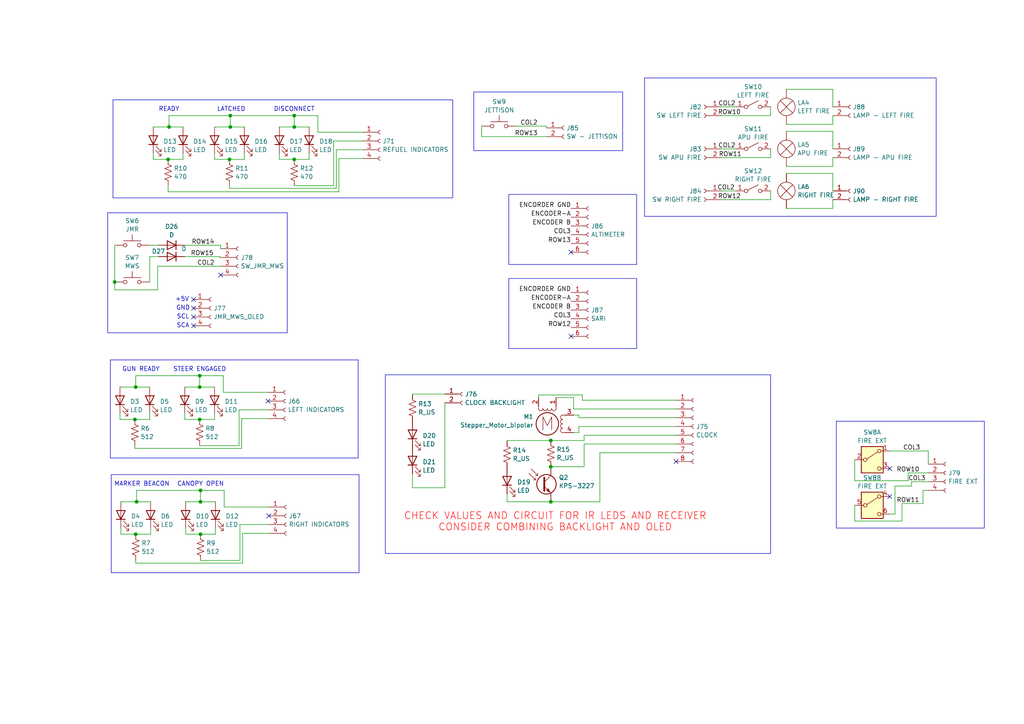
<source format=kicad_sch>
(kicad_sch (version 20231120) (generator "eeschema") (generator_version "8.0")
  (paper "A4")
  (lib_symbols
    (symbol "Connector:Conn_01x02_Socket" (pin_names (offset 1.016) hide)
      (property "Reference" "J" (at 0 2.54 0))
      (property "Value" "Conn_01x02_Socket" (at 0 -5.08 0))
      (symbol "Conn_01x02_Socket_1_1"
        (arc (start 0 -2.032) (mid -0.5058 -2.54) (end 0 -3.048) (stroke (width 0.1524)))
        (polyline (pts (xy -1.27 -2.54) (xy -0.508 -2.54)) (stroke (width 0.1524)))
        (polyline (pts (xy -1.27 0) (xy -0.508 0)) (stroke (width 0.1524)))
        (arc (start 0 0.508) (mid -0.5058 0) (end 0 -0.508) (stroke (width 0.1524)))
        (pin passive line (at -5.08 0 0) (length 3.81) (name "Pin_1") (number "1"))
        (pin passive line (at -5.08 -2.54 0) (length 3.81) (name "Pin_2") (number "2"))
      )
    )
    (symbol "Connector:Conn_01x04_Socket" (pin_names (offset 1.016) hide)
      (property "Reference" "J" (at 0 5.08 0))
      (property "Value" "Conn_01x04_Socket" (at 0 -7.62 0))
      (symbol "Conn_01x04_Socket_1_1"
        (arc (start 0 -4.572) (mid -0.5058 -5.08) (end 0 -5.588) (stroke (width 0.1524)))
        (arc (start 0 -2.032) (mid -0.5058 -2.54) (end 0 -3.048) (stroke (width 0.1524)))
        (polyline (pts (xy -1.27 -5.08) (xy -0.508 -5.08)) (stroke (width 0.1524)))
        (polyline (pts (xy -1.27 -2.54) (xy -0.508 -2.54)) (stroke (width 0.1524)))
        (polyline (pts (xy -1.27 0) (xy -0.508 0)) (stroke (width 0.1524)))
        (polyline (pts (xy -1.27 2.54) (xy -0.508 2.54)) (stroke (width 0.1524)))
        (arc (start 0 0.508) (mid -0.5058 0) (end 0 -0.508) (stroke (width 0.1524)))
        (arc (start 0 3.048) (mid -0.5058 2.54) (end 0 2.032) (stroke (width 0.1524)))
        (pin passive line (at -5.08 2.54 0) (length 3.81) (name "Pin_1") (number "1"))
        (pin passive line (at -5.08 0 0) (length 3.81) (name "Pin_2") (number "2"))
        (pin passive line (at -5.08 -2.54 0) (length 3.81) (name "Pin_3") (number "3"))
        (pin passive line (at -5.08 -5.08 0) (length 3.81) (name "Pin_4") (number "4"))
      )
    )
    (symbol "Connector:Conn_01x06_Female" (pin_names (offset 1.016) hide)
      (property "Reference" "J" (at 0 7.62 0))
      (property "Value" "Conn_01x06_Female" (at 0 -10.16 0))
      (symbol "Conn_01x06_Female_1_1"
        (arc (start 0 -7.112) (mid -0.5058 -7.62) (end 0 -8.128) (stroke (width 0.1524)))
        (arc (start 0 -4.572) (mid -0.5058 -5.08) (end 0 -5.588) (stroke (width 0.1524)))
        (arc (start 0 -2.032) (mid -0.5058 -2.54) (end 0 -3.048) (stroke (width 0.1524)))
        (polyline (pts (xy -1.27 -7.62) (xy -0.508 -7.62)) (stroke (width 0.1524)))
        (polyline (pts (xy -1.27 -5.08) (xy -0.508 -5.08)) (stroke (width 0.1524)))
        (polyline (pts (xy -1.27 -2.54) (xy -0.508 -2.54)) (stroke (width 0.1524)))
        (polyline (pts (xy -1.27 0) (xy -0.508 0)) (stroke (width 0.1524)))
        (polyline (pts (xy -1.27 2.54) (xy -0.508 2.54)) (stroke (width 0.1524)))
        (polyline (pts (xy -1.27 5.08) (xy -0.508 5.08)) (stroke (width 0.1524)))
        (arc (start 0 0.508) (mid -0.5058 0) (end 0 -0.508) (stroke (width 0.1524)))
        (arc (start 0 3.048) (mid -0.5058 2.54) (end 0 2.032) (stroke (width 0.1524)))
        (arc (start 0 5.588) (mid -0.5058 5.08) (end 0 4.572) (stroke (width 0.1524)))
        (pin passive line (at -5.08 5.08 0) (length 3.81) (name "Pin_1") (number "1"))
        (pin passive line (at -5.08 2.54 0) (length 3.81) (name "Pin_2") (number "2"))
        (pin passive line (at -5.08 0 0) (length 3.81) (name "Pin_3") (number "3"))
        (pin passive line (at -5.08 -2.54 0) (length 3.81) (name "Pin_4") (number "4"))
        (pin passive line (at -5.08 -5.08 0) (length 3.81) (name "Pin_5") (number "5"))
        (pin passive line (at -5.08 -7.62 0) (length 3.81) (name "Pin_6") (number "6"))
      )
    )
    (symbol "Connector:Conn_01x08_Socket" (pin_names (offset 1.016) hide)
      (property "Reference" "J" (at 0 10.16 0))
      (property "Value" "Conn_01x08_Socket" (at 0 -12.7 0))
      (symbol "Conn_01x08_Socket_1_1"
        (arc (start 0 -9.652) (mid -0.5058 -10.16) (end 0 -10.668) (stroke (width 0.1524)))
        (arc (start 0 -7.112) (mid -0.5058 -7.62) (end 0 -8.128) (stroke (width 0.1524)))
        (arc (start 0 -4.572) (mid -0.5058 -5.08) (end 0 -5.588) (stroke (width 0.1524)))
        (arc (start 0 -2.032) (mid -0.5058 -2.54) (end 0 -3.048) (stroke (width 0.1524)))
        (polyline (pts (xy -1.27 -10.16) (xy -0.508 -10.16)) (stroke (width 0.1524)))
        (polyline (pts (xy -1.27 -7.62) (xy -0.508 -7.62)) (stroke (width 0.1524)))
        (polyline (pts (xy -1.27 -5.08) (xy -0.508 -5.08)) (stroke (width 0.1524)))
        (polyline (pts (xy -1.27 -2.54) (xy -0.508 -2.54)) (stroke (width 0.1524)))
        (polyline (pts (xy -1.27 0) (xy -0.508 0)) (stroke (width 0.1524)))
        (polyline (pts (xy -1.27 2.54) (xy -0.508 2.54)) (stroke (width 0.1524)))
        (polyline (pts (xy -1.27 5.08) (xy -0.508 5.08)) (stroke (width 0.1524)))
        (polyline (pts (xy -1.27 7.62) (xy -0.508 7.62)) (stroke (width 0.1524)))
        (arc (start 0 0.508) (mid -0.5058 0) (end 0 -0.508) (stroke (width 0.1524)))
        (arc (start 0 3.048) (mid -0.5058 2.54) (end 0 2.032) (stroke (width 0.1524)))
        (arc (start 0 5.588) (mid -0.5058 5.08) (end 0 4.572) (stroke (width 0.1524)))
        (arc (start 0 8.128) (mid -0.5058 7.62) (end 0 7.112) (stroke (width 0.1524)))
        (pin passive line (at -5.08 7.62 0) (length 3.81) (name "Pin_1") (number "1"))
        (pin passive line (at -5.08 5.08 0) (length 3.81) (name "Pin_2") (number "2"))
        (pin passive line (at -5.08 2.54 0) (length 3.81) (name "Pin_3") (number "3"))
        (pin passive line (at -5.08 0 0) (length 3.81) (name "Pin_4") (number "4"))
        (pin passive line (at -5.08 -2.54 0) (length 3.81) (name "Pin_5") (number "5"))
        (pin passive line (at -5.08 -5.08 0) (length 3.81) (name "Pin_6") (number "6"))
        (pin passive line (at -5.08 -7.62 0) (length 3.81) (name "Pin_7") (number "7"))
        (pin passive line (at -5.08 -10.16 0) (length 3.81) (name "Pin_8") (number "8"))
      )
    )
    (symbol "Device:D" (pin_numbers hide) (pin_names (offset 1.016) hide)
      (property "Reference" "D" (at 0 2.54 0))
      (property "Value" "D" (at 0 -2.54 0))
      (symbol "D_0_1"
        (polyline (pts (xy -1.27 1.27) (xy -1.27 -1.27)) (stroke (width 0.254)))
        (polyline (pts (xy 1.27 0) (xy -1.27 0)))
        (polyline (pts (xy 1.27 1.27) (xy 1.27 -1.27) (xy -1.27 0) (xy 1.27 1.27)) (stroke (width 0.254)))
      )
      (symbol "D_1_1"
        (pin passive line (at -3.81 0 0) (length 2.54) (name "K") (number "1"))
        (pin passive line (at 3.81 0 180) (length 2.54) (name "A") (number "2"))
      )
    )
    (symbol "Device:LED" (pin_numbers hide) (pin_names (offset 1.016) hide)
      (property "Reference" "D" (at 0 2.54 0))
      (property "Value" "LED" (at 0 -2.54 0))
      (symbol "LED_0_1"
        (polyline (pts (xy -1.27 -1.27) (xy -1.27 1.27)) (stroke (width 0.254)))
        (polyline (pts (xy -1.27 0) (xy 1.27 0)))
        (polyline (pts (xy 1.27 -1.27) (xy 1.27 1.27) (xy -1.27 0) (xy 1.27 -1.27)) (stroke (width 0.254)))
        (polyline (pts (xy -3.048 -0.762) (xy -4.572 -2.286) (xy -3.81 -2.286) (xy -4.572 -2.286) (xy -4.572 -1.524)))
        (polyline (pts (xy -1.778 -0.762) (xy -3.302 -2.286) (xy -2.54 -2.286) (xy -3.302 -2.286) (xy -3.302 -1.524)))
      )
      (symbol "LED_1_1"
        (pin passive line (at -3.81 0 0) (length 2.54) (name "K") (number "1"))
        (pin passive line (at 3.81 0 180) (length 2.54) (name "A") (number "2"))
      )
    )
    (symbol "Device:Lamp" (pin_numbers hide) (pin_names (offset 0.0254) hide)
      (property "Reference" "LA" (at 0.635 3.81 0))
      (property "Value" "Lamp" (at 0.635 -3.81 0))
      (symbol "Lamp_0_1"
        (polyline (pts (xy -1.778 1.778) (xy 1.778 -1.778)))
        (polyline (pts (xy 1.778 1.778) (xy -1.778 -1.778)))
        (circle (center 0 0) (radius 2.54))
      )
      (symbol "Lamp_1_1"
        (pin passive line (at 0 -5.08 90) (length 2.54) (name "-") (number "1"))
        (pin passive line (at 0 5.08 270) (length 2.54) (name "+") (number "2"))
      )
    )
    (symbol "Device:R_US" (pin_numbers hide) (pin_names (offset 0))
      (property "Reference" "R" (at 2.54 0 90))
      (property "Value" "R_US" (at -2.54 0 90))
      (symbol "R_US_0_1"
        (polyline (pts (xy 0 -2.286) (xy 0 -2.54)))
        (polyline (pts (xy 0 2.286) (xy 0 2.54)))
        (polyline (pts (xy 0 -0.762) (xy 1.016 -1.143) (xy 0 -1.524) (xy -1.016 -1.905) (xy 0 -2.286)))
        (polyline (pts (xy 0 0.762) (xy 1.016 0.381) (xy 0 0) (xy -1.016 -0.381) (xy 0 -0.762)))
        (polyline (pts (xy 0 2.286) (xy 1.016 1.905) (xy 0 1.524) (xy -1.016 1.143) (xy 0 0.762)))
      )
      (symbol "R_US_1_1"
        (pin passive line (at 0 3.81 270) (length 1.27) (name "~") (number "1"))
        (pin passive line (at 0 -3.81 90) (length 1.27) (name "~") (number "2"))
      )
    )
    (symbol "Motor:Stepper_Motor_bipolar" (pin_names (offset 0) hide)
      (property "Reference" "M" (at 3.81 2.54 0))
      (property "Value" "Stepper_Motor_bipolar" (at 3.81 1.27 0))
      (symbol "Stepper_Motor_bipolar_0_0"
        (polyline (pts (xy -1.27 -1.778) (xy -1.27 2.032) (xy 0 -0.508) (xy 1.27 2.032) (xy 1.27 -1.778)))
      )
      (symbol "Stepper_Motor_bipolar_0_1"
        (arc (start -4.445 -2.54) (mid -3.8127 -1.905) (end -4.445 -1.27))
        (arc (start -4.445 -1.27) (mid -3.8127 -0.635) (end -4.445 0))
        (arc (start -4.445 0) (mid -3.8127 0.635) (end -4.445 1.27))
        (arc (start -4.445 1.27) (mid -3.8127 1.905) (end -4.445 2.54))
        (arc (start -2.54 4.445) (mid -1.905 3.8127) (end -1.27 4.445))
        (arc (start -1.27 4.445) (mid -0.635 3.8127) (end 0 4.445))
        (polyline (pts (xy -5.08 -2.54) (xy -4.445 -2.54)))
        (polyline (pts (xy -5.08 2.54) (xy -4.445 2.54)))
        (polyline (pts (xy -2.54 5.08) (xy -2.54 4.445)))
        (polyline (pts (xy 2.54 5.08) (xy 2.54 4.445)))
        (circle (center 0 0) (radius 3.2512) (stroke (width 0.254)))
        (arc (start 0 4.445) (mid 0.635 3.8127) (end 1.27 4.445))
        (arc (start 1.27 4.445) (mid 1.905 3.8127) (end 2.54 4.445))
      )
      (symbol "Stepper_Motor_bipolar_1_1"
        (pin passive line (at -2.54 7.62 270) (length 2.54) (name "~") (number "1"))
        (pin passive line (at 2.54 7.62 270) (length 2.54) (name "-") (number "2"))
        (pin passive line (at -7.62 2.54 0) (length 2.54) (name "~") (number "3"))
        (pin passive line (at -7.62 -2.54 0) (length 2.54) (name "~") (number "4"))
      )
    )
    (symbol "Sensor_Optical:KPS-3227" (pin_numbers hide)
      (property "Reference" "Q" (at 3.81 1.27 0))
      (property "Value" "KPS-3227" (at 7.62 -1.27 0))
      (symbol "KPS-3227_1_1"
        (circle (center -1.27 0) (radius 2.8194) (stroke (width 0.254)))
        (polyline (pts (xy -4.445 1.27) (xy -5.08 1.27)))
        (polyline (pts (xy -3.81 2.54) (xy -4.445 2.54)))
        (polyline (pts (xy -1.905 0.635) (xy 0 2.54)))
        (polyline (pts (xy -6.35 3.175) (xy -4.445 1.27) (xy -4.445 1.905)))
        (polyline (pts (xy -5.715 4.445) (xy -3.81 2.54) (xy -3.81 3.175)))
        (polyline (pts (xy -1.905 -0.635) (xy 0 -2.54) (xy 0 -2.54)))
        (polyline (pts (xy -1.905 1.905) (xy -1.905 -1.905) (xy -1.905 -1.905)) (stroke (width 0.508)))
        (polyline (pts (xy -1.27 -1.778) (xy -0.762 -1.27) (xy -0.254 -2.286) (xy -1.27 -1.778) (xy -1.27 -1.778)) (fill (type outline)))
        (pin passive line (at 0 5.08 270) (length 2.54) (name "~") (number "1"))
        (pin passive line (at 0 -5.08 90) (length 2.54) (name "~") (number "2"))
        (pin passive line (at 0 5.08 270) (length 2.54) hide (name "~") (number "3"))
        (pin passive line (at 0 -5.08 90) (length 2.54) hide (name "~") (number "4"))
      )
    )
    (symbol "Switch:SW_DPDT_x2" (pin_names (offset 0) hide)
      (property "Reference" "SW" (at 0 5.08 0))
      (property "Value" "SW_DPDT_x2" (at 0 -5.08 0))
      (symbol "SW_DPDT_x2_0_0"
        (circle (center -2.032 0) (radius 0.508))
        (circle (center 2.032 -2.54) (radius 0.508))
      )
      (symbol "SW_DPDT_x2_0_1"
        (rectangle (start -3.175 3.81) (end 3.175 -3.81) (stroke (width 0.254)) (fill (type background)))
        (polyline (pts (xy -1.524 0.254) (xy 1.5748 2.286)))
        (circle (center 2.032 2.54) (radius 0.508))
      )
      (symbol "SW_DPDT_x2_1_1"
        (pin passive line (at 5.08 2.54 180) (length 2.54) (name "A") (number "1"))
        (pin passive line (at -5.08 0 0) (length 2.54) (name "B") (number "2"))
        (pin passive line (at 5.08 -2.54 180) (length 2.54) (name "C") (number "3"))
      )
      (symbol "SW_DPDT_x2_2_1"
        (pin passive line (at 5.08 2.54 180) (length 2.54) (name "A") (number "4"))
        (pin passive line (at -5.08 0 0) (length 2.54) (name "B") (number "5"))
        (pin passive line (at 5.08 -2.54 180) (length 2.54) (name "C") (number "6"))
      )
    )
    (symbol "Switch:SW_Push" (pin_numbers hide) (pin_names (offset 1.016) hide)
      (property "Reference" "SW" (at 1.27 2.54 0))
      (property "Value" "SW_Push" (at 0 -1.524 0))
      (symbol "SW_Push_0_1"
        (circle (center -2.032 0) (radius 0.508))
        (polyline (pts (xy 0 1.27) (xy 0 3.048)))
        (polyline (pts (xy 2.54 1.27) (xy -2.54 1.27)))
        (circle (center 2.032 0) (radius 0.508))
        (pin passive line (at -5.08 0 0) (length 2.54) (name "1") (number "1"))
        (pin passive line (at 5.08 0 180) (length 2.54) (name "2") (number "2"))
      )
    )
    (symbol "Switch:SW_SPST" (pin_names (offset 0) hide)
      (property "Reference" "SW" (at 0 3.175 0))
      (property "Value" "SW_SPST" (at 0 -2.54 0))
      (symbol "SW_SPST_0_0"
        (circle (center -2.032 0) (radius 0.508))
        (polyline (pts (xy -1.524 0.254) (xy 1.524 1.778)))
        (circle (center 2.032 0) (radius 0.508))
      )
      (symbol "SW_SPST_1_1"
        (pin passive line (at -5.08 0 0) (length 2.54) (name "A") (number "1"))
        (pin passive line (at 5.08 0 180) (length 2.54) (name "B") (number "2"))
      )
    )
  )
  (junction (at 33.274 81.788))
  (junction (at 57.912 108.966))
  (junction (at 66.548 46.228))
  (junction (at 39.624 145.542))
  (junction (at 66.802 33.528))
  (junction (at 58.166 145.542))
  (junction (at 57.912 121.666))
  (junction (at 58.166 142.24))
  (junction (at 159.766 135.382))
  (junction (at 39.37 112.268))
  (junction (at 49.022 36.83))
  (junction (at 159.766 145.542))
  (junction (at 159.766 127.762))
  (junction (at 85.344 36.83))
  (junction (at 48.768 46.228))
  (junction (at 57.912 112.268))
  (junction (at 85.344 46.228))
  (junction (at 39.37 154.94))
  (junction (at 85.344 33.528))
  (junction (at 58.166 154.94))
  (junction (at 66.802 36.83))
  (junction (at 39.116 121.666))
  (no_connect (at 56.134 94.488))
  (no_connect (at 77.724 116.332))
  (no_connect (at 64.008 79.756))
  (no_connect (at 165.608 73.152))
  (no_connect (at 56.134 89.408))
  (no_connect (at 196.088 133.858))
  (no_connect (at 258.064 144.018))
  (no_connect (at 165.608 97.536))
  (no_connect (at 56.134 91.948))
  (no_connect (at 258.064 135.89))
  (no_connect (at 77.978 149.606))
  (no_connect (at 56.134 86.868))
  (wire (pts (xy 119.634 114.3) (xy 119.634 114.554)))
  (wire (pts (xy 98.298 55.626) (xy 48.768 55.626)))
  (wire (pts (xy 228.092 50.292) (xy 241.554 50.292)))
  (wire (pts (xy 34.798 112.268) (xy 39.37 112.268)))
  (wire (pts (xy 92.202 33.528) (xy 85.344 33.528)))
  (wire (pts (xy 85.344 46.228) (xy 81.026 46.228)))
  (wire (pts (xy 264.414 139.7) (xy 269.24 139.7)))
  (wire (pts (xy 49.022 33.528) (xy 66.802 33.528)))
  (wire (pts (xy 70.104 130.048) (xy 39.116 130.048)))
  (wire (pts (xy 241.554 60.452) (xy 241.554 57.912)))
  (wire (pts (xy 63.754 74.676) (xy 63.754 74.422)))
  (wire (pts (xy 35.052 154.94) (xy 35.052 153.162)))
  (wire (pts (xy 168.91 114.554) (xy 168.91 116.078)))
  (wire (pts (xy 49.022 36.83) (xy 53.086 36.83)))
  (wire (pts (xy 43.434 121.666) (xy 39.116 121.666)))
  (wire (pts (xy 267.716 142.24) (xy 269.24 142.24)))
  (wire (pts (xy 43.688 153.162) (xy 43.688 154.94)))
  (wire (pts (xy 261.62 151.13) (xy 261.62 146.05)))
  (wire (pts (xy 43.434 74.422) (xy 45.974 74.422)))
  (wire (pts (xy 33.274 84.074) (xy 45.72 84.074)))
  (wire (pts (xy 62.23 36.83) (xy 66.802 36.83)))
  (wire (pts (xy 58.166 142.24) (xy 39.624 142.24)))
  (wire (pts (xy 39.624 145.542) (xy 43.688 145.542)))
  (wire (pts (xy 77.724 121.412) (xy 70.104 121.412)))
  (wire (pts (xy 166.37 120.396) (xy 167.894 120.396)))
  (wire (pts (xy 69.342 129.286) (xy 57.912 129.286)))
  (wire (pts (xy 259.588 140.97) (xy 264.414 140.97)))
  (wire (pts (xy 147.066 145.542) (xy 147.066 143.256)))
  (wire (pts (xy 228.092 25.908) (xy 241.554 25.908)))
  (wire (pts (xy 57.912 112.268) (xy 62.23 112.268)))
  (wire (pts (xy 129.032 116.84) (xy 129.032 141.478)))
  (wire (pts (xy 159.766 127.762) (xy 169.418 127.762)))
  (wire (pts (xy 70.358 163.322) (xy 39.37 163.322)))
  (wire (pts (xy 48.768 46.228) (xy 44.45 46.228)))
  (wire (pts (xy 97.536 54.61) (xy 66.548 54.61)))
  (wire (pts (xy 48.768 53.848) (xy 48.768 55.626)))
  (wire (pts (xy 89.662 46.228) (xy 85.344 46.228)))
  (wire (pts (xy 49.022 33.528) (xy 49.022 36.83)))
  (wire (pts (xy 105.156 40.894) (xy 96.774 40.894)))
  (wire (pts (xy 57.912 108.966) (xy 57.912 112.268)))
  (wire (pts (xy 62.23 46.228) (xy 62.23 44.45)))
  (wire (pts (xy 45.72 77.216) (xy 64.008 77.216)))
  (wire (pts (xy 64.77 113.792) (xy 64.77 108.966)))
  (wire (pts (xy 223.52 55.372) (xy 223.52 57.912)))
  (wire (pts (xy 159.766 145.542) (xy 147.066 145.542)))
  (wire (pts (xy 156.21 115.316) (xy 156.21 114.554)))
  (wire (pts (xy 53.086 46.228) (xy 48.768 46.228)))
  (wire (pts (xy 44.45 36.83) (xy 49.022 36.83)))
  (wire (pts (xy 62.23 121.666) (xy 57.912 121.666)))
  (wire (pts (xy 43.434 119.888) (xy 43.434 121.666)))
  (wire (pts (xy 85.344 36.83) (xy 89.662 36.83)))
  (wire (pts (xy 209.296 55.372) (xy 213.36 55.372)))
  (wire (pts (xy 196.088 126.238) (xy 169.418 126.238)))
  (wire (pts (xy 39.624 142.24) (xy 39.624 145.542)))
  (wire (pts (xy 57.912 108.966) (xy 39.37 108.966)))
  (wire (pts (xy 53.594 121.666) (xy 53.594 119.888)))
  (wire (pts (xy 156.21 114.554) (xy 168.91 114.554)))
  (wire (pts (xy 264.414 140.97) (xy 264.414 139.7)))
  (wire (pts (xy 70.866 44.45) (xy 70.866 46.228)))
  (wire (pts (xy 139.7 39.624) (xy 158.496 39.624)))
  (wire (pts (xy 69.596 152.146) (xy 69.596 162.56)))
  (wire (pts (xy 63.754 74.422) (xy 53.594 74.422)))
  (wire (pts (xy 167.894 120.396) (xy 167.894 121.158)))
  (wire (pts (xy 168.91 116.078) (xy 196.088 116.078)))
  (wire (pts (xy 77.724 118.872) (xy 69.342 118.872)))
  (wire (pts (xy 169.418 135.382) (xy 159.766 135.382)))
  (wire (pts (xy 228.092 36.068) (xy 241.554 36.068)))
  (wire (pts (xy 158.496 36.576) (xy 158.496 37.084)))
  (wire (pts (xy 159.766 127.762) (xy 147.066 127.762)))
  (wire (pts (xy 173.99 131.318) (xy 173.99 145.542)))
  (wire (pts (xy 65.024 147.066) (xy 65.024 142.24)))
  (wire (pts (xy 39.37 163.322) (xy 39.37 162.56)))
  (wire (pts (xy 167.894 123.698) (xy 196.088 123.698)))
  (wire (pts (xy 105.156 38.354) (xy 92.202 38.354)))
  (wire (pts (xy 53.594 112.268) (xy 57.912 112.268)))
  (wire (pts (xy 58.166 154.94) (xy 53.848 154.94)))
  (wire (pts (xy 166.37 125.476) (xy 167.894 125.476)))
  (wire (pts (xy 166.37 118.618) (xy 196.088 118.618)))
  (wire (pts (xy 35.052 145.542) (xy 39.624 145.542)))
  (wire (pts (xy 92.202 38.354) (xy 92.202 33.528)))
  (wire (pts (xy 241.554 48.26) (xy 241.554 45.72)))
  (wire (pts (xy 223.52 43.18) (xy 223.52 45.72)))
  (wire (pts (xy 247.904 139.446) (xy 263.398 139.446)))
  (wire (pts (xy 223.52 57.912) (xy 209.296 57.912)))
  (wire (pts (xy 269.24 130.81) (xy 269.24 134.62)))
  (wire (pts (xy 43.434 71.12) (xy 45.974 71.12)))
  (wire (pts (xy 169.418 128.778) (xy 169.418 135.382)))
  (wire (pts (xy 241.554 36.068) (xy 241.554 33.528)))
  (wire (pts (xy 62.484 154.94) (xy 58.166 154.94)))
  (wire (pts (xy 129.032 114.3) (xy 119.634 114.3)))
  (wire (pts (xy 105.156 45.974) (xy 98.298 45.974)))
  (wire (pts (xy 247.904 146.558) (xy 247.904 151.13)))
  (wire (pts (xy 228.092 38.1) (xy 241.554 38.1)))
  (wire (pts (xy 62.23 119.888) (xy 62.23 121.666)))
  (wire (pts (xy 53.848 145.542) (xy 58.166 145.542)))
  (wire (pts (xy 267.716 146.05) (xy 267.716 142.24)))
  (wire (pts (xy 77.978 154.686) (xy 70.358 154.686)))
  (wire (pts (xy 247.904 151.13) (xy 261.62 151.13)))
  (wire (pts (xy 58.166 145.542) (xy 62.484 145.542)))
  (wire (pts (xy 149.86 36.576) (xy 158.496 36.576)))
  (wire (pts (xy 45.72 84.074) (xy 45.72 77.216)))
  (wire (pts (xy 258.064 149.098) (xy 259.588 149.098)))
  (wire (pts (xy 64.77 108.966) (xy 57.912 108.966)))
  (wire (pts (xy 39.37 108.966) (xy 39.37 112.268)))
  (wire (pts (xy 66.548 54.61) (xy 66.548 53.848)))
  (wire (pts (xy 70.358 154.686) (xy 70.358 163.322)))
  (wire (pts (xy 97.536 43.434) (xy 105.156 43.434)))
  (wire (pts (xy 263.398 137.16) (xy 269.24 137.16)))
  (wire (pts (xy 77.724 113.792) (xy 64.77 113.792)))
  (wire (pts (xy 263.398 139.446) (xy 263.398 137.16)))
  (wire (pts (xy 223.52 45.72) (xy 209.296 45.72)))
  (wire (pts (xy 223.52 30.988) (xy 223.52 33.528)))
  (wire (pts (xy 241.554 38.1) (xy 241.554 43.18)))
  (wire (pts (xy 66.548 46.228) (xy 62.23 46.228)))
  (wire (pts (xy 53.848 154.94) (xy 53.848 153.162)))
  (wire (pts (xy 89.662 44.45) (xy 89.662 46.228)))
  (wire (pts (xy 241.554 25.908) (xy 241.554 30.988)))
  (wire (pts (xy 261.62 146.05) (xy 267.716 146.05)))
  (wire (pts (xy 119.634 141.478) (xy 119.634 137.414)))
  (wire (pts (xy 247.904 133.35) (xy 247.904 139.446)))
  (wire (pts (xy 66.802 33.528) (xy 66.802 36.83)))
  (wire (pts (xy 39.37 112.268) (xy 43.434 112.268)))
  (wire (pts (xy 259.588 149.098) (xy 259.588 140.97)))
  (wire (pts (xy 70.104 121.412) (xy 70.104 130.048)))
  (wire (pts (xy 147.066 127.762) (xy 147.066 128.016)))
  (wire (pts (xy 39.116 121.666) (xy 34.798 121.666)))
  (wire (pts (xy 57.912 121.666) (xy 53.594 121.666)))
  (wire (pts (xy 81.026 36.83) (xy 85.344 36.83)))
  (wire (pts (xy 34.798 121.666) (xy 34.798 119.888)))
  (wire (pts (xy 63.754 74.676) (xy 64.008 74.676)))
  (wire (pts (xy 169.418 126.238) (xy 169.418 127.762)))
  (wire (pts (xy 81.026 46.228) (xy 81.026 44.45)))
  (wire (pts (xy 64.008 71.12) (xy 64.008 72.136)))
  (wire (pts (xy 70.866 46.228) (xy 66.548 46.228)))
  (wire (pts (xy 43.688 154.94) (xy 39.37 154.94)))
  (wire (pts (xy 77.978 152.146) (xy 69.596 152.146)))
  (wire (pts (xy 69.596 162.56) (xy 58.166 162.56)))
  (wire (pts (xy 228.092 48.26) (xy 241.554 48.26)))
  (wire (pts (xy 69.342 118.872) (xy 69.342 129.286)))
  (wire (pts (xy 167.894 125.476) (xy 167.894 123.698)))
  (wire (pts (xy 43.434 81.788) (xy 43.434 74.422)))
  (wire (pts (xy 258.064 130.81) (xy 269.24 130.81)))
  (wire (pts (xy 96.774 40.894) (xy 96.774 53.848)))
  (wire (pts (xy 98.298 45.974) (xy 98.298 55.626)))
  (wire (pts (xy 66.802 36.83) (xy 70.866 36.83)))
  (wire (pts (xy 96.774 53.848) (xy 85.344 53.848)))
  (wire (pts (xy 85.344 33.528) (xy 85.344 36.83)))
  (wire (pts (xy 33.274 71.12) (xy 33.274 81.788)))
  (wire (pts (xy 139.7 39.624) (xy 139.7 36.576)))
  (wire (pts (xy 196.088 128.778) (xy 169.418 128.778)))
  (wire (pts (xy 167.894 121.158) (xy 196.088 121.158)))
  (wire (pts (xy 228.092 60.452) (xy 241.554 60.452)))
  (wire (pts (xy 223.52 33.528) (xy 209.296 33.528)))
  (wire (pts (xy 39.116 130.048) (xy 39.116 129.286)))
  (wire (pts (xy 209.296 30.988) (xy 213.36 30.988)))
  (wire (pts (xy 58.166 142.24) (xy 58.166 145.542)))
  (wire (pts (xy 85.344 33.528) (xy 66.802 33.528)))
  (wire (pts (xy 97.536 43.434) (xy 97.536 54.61)))
  (wire (pts (xy 129.032 141.478) (xy 119.634 141.478)))
  (wire (pts (xy 44.45 46.228) (xy 44.45 44.45)))
  (wire (pts (xy 53.086 44.45) (xy 53.086 46.228)))
  (wire (pts (xy 159.766 145.542) (xy 173.99 145.542)))
  (wire (pts (xy 62.484 153.162) (xy 62.484 154.94)))
  (wire (pts (xy 161.29 115.316) (xy 166.37 115.316)))
  (wire (pts (xy 53.594 71.12) (xy 64.008 71.12)))
  (wire (pts (xy 166.37 115.316) (xy 166.37 118.618)))
  (wire (pts (xy 65.024 142.24) (xy 58.166 142.24)))
  (wire (pts (xy 33.274 81.788) (xy 33.274 84.074)))
  (wire (pts (xy 77.978 147.066) (xy 65.024 147.066)))
  (wire (pts (xy 39.37 154.94) (xy 35.052 154.94)))
  (wire (pts (xy 209.296 43.18) (xy 213.36 43.18)))
  (wire (pts (xy 241.554 50.292) (xy 241.554 55.372)))
  (wire (pts (xy 196.088 131.318) (xy 173.99 131.318)))
  (rectangle (start 111.76 108.712) (end 223.52 160.528))
  (rectangle (start 32.258 137.668) (end 104.14 166.116))
  (rectangle (start 242.57 122.174) (end 285.496 153.162))
  (rectangle (start 147.574 80.772) (end 184.658 101.092))
  (rectangle (start 32.766 28.956) (end 131.318 57.404))
  (rectangle (start 147.574 56.388) (end 184.658 76.708))
  (rectangle (start 186.944 22.606) (end 271.526 62.738))
  (rectangle (start 32.004 104.394) (end 103.886 132.842))
  (rectangle (start 31.242 61.722) (end 83.312 96.52))
  (rectangle (start 137.414 26.67) (end 180.594 43.688))
  (text "GUN READY" (at 40.894 107.188 0) (effects (font (size 1.27 1.27))))
  (text "CHECK VALUES AND CIRCUIT FOR IR LEDS AND RECEIVER\nCONSIDER COMBINING BACKLIGHT AND OLED" (at 161.036 151.384 0) (effects (font (size 2.032 2.032))))
  (text "+5V" (at 52.832 86.868 0) (effects (font (size 1.27 1.27))))
  (text "DISCONNECT" (at 85.344 31.75 0) (effects (font (size 1.27 1.27))))
  (text "LATCHED" (at 67.056 31.75 0) (effects (font (size 1.27 1.27))))
  (text "SCL" (at 53.086 91.948 0) (effects (font (size 1.27 1.27))))
  (text "GND" (at 53.086 89.408 0) (effects (font (size 1.27 1.27))))
  (text "SCA" (at 53.086 94.488 0) (effects (font (size 1.27 1.27))))
  (text "READY" (at 49.022 31.75 0) (effects (font (size 1.27 1.27))))
  (text "CANOPY OPEN" (at 58.166 140.462 0) (effects (font (size 1.27 1.27))))
  (text "STEER ENGAGED" (at 57.912 107.188 0) (effects (font (size 1.27 1.27))))
  (text "MARKER BEACON" (at 41.148 140.462 0) (effects (font (size 1.27 1.27))))
  (label "COL2" (at 213.36 30.988 180))
  (label "COL3" (at 165.608 92.456 180))
  (label "ENCORDER GND" (at 165.608 84.836 180))
  (label "ENCODER B" (at 165.608 89.916 180))
  (label "ROW14" (at 62.23 71.12 180))
  (label "ROW13" (at 155.956 39.624 180))
  (label "COL3" (at 266.954 130.81 180))
  (label "COL3" (at 165.608 68.072 180))
  (label "ENCODER B" (at 165.608 65.532 180))
  (label "ROW10" (at 266.7 137.16 180))
  (label "ENCORDER GND" (at 165.608 60.452 180))
  (label "COL3" (at 268.478 139.7 180))
  (label "ENCODER-A" (at 165.608 62.992 180))
  (label "ROW12" (at 214.884 57.912 180))
  (label "ROW11" (at 266.7 146.05 180))
  (label "ROW11" (at 215.138 45.72 180))
  (label "COL2" (at 155.956 36.576 180))
  (label "COL2" (at 213.36 43.18 180))
  (label "ROW10" (at 214.884 33.528 180))
  (label "COL2" (at 213.106 55.372 180))
  (label "ENCODER-A" (at 165.608 87.376 180))
  (label "ROW12" (at 165.608 94.996 180))
  (label "ROW15" (at 61.976 74.422 180))
  (label "COL2" (at 62.23 77.216 180))
  (label "ROW13" (at 165.608 70.612 180))
  (symbol (lib_id "Device:R_US") (at 57.912 125.476 0) (unit 1) (in_bom no) (on_board no)
    (property "Reference" "R8" (at 59.563 124.2638 0) (effects (justify left)))
    (property "Value" "512" (at 59.563 126.6881 0) (effects (justify left)))
    (property "Description" "Resistor, US symbol" (effects (hide yes)))
  )
  (symbol (lib_id "Device:LED") (at 147.066 139.446 90) (unit 1) (in_bom no) (on_board no)
    (property "Reference" "D19" (at 149.987 139.8213 90) (effects (justify right)))
    (property "Value" "LED" (at 149.987 142.2456 90) (effects (justify right)))
    (property "Description" "Light emitting diode" (effects (hide yes)))
  )
  (symbol (lib_id "Device:R_US") (at 119.634 118.364 0) (unit 1) (in_bom no) (on_board no)
    (property "Reference" "R13" (at 121.285 117.1518 0) (effects (justify left)))
    (property "Value" "R_US" (at 121.285 119.5761 0) (effects (justify left)))
    (property "Description" "Resistor, US symbol" (effects (hide yes)))
  )
  (symbol (lib_id "Device:LED") (at 44.45 40.64 90) (unit 1) (in_bom no) (on_board no)
    (property "Reference" "D13" (at 47.371 41.0153 90) (effects (justify right)))
    (property "Value" "LED" (at 47.371 43.4396 90) (effects (justify right)))
    (property "Description" "Light emitting diode" (effects (hide yes)))
  )
  (symbol (lib_id "Device:Lamp") (at 228.092 43.18 0) (unit 1) (in_bom no) (on_board no)
    (property "Reference" "LA5" (at 231.267 41.9678 0) (effects (justify left)))
    (property "Value" "APU FIRE" (at 231.267 44.3921 0) (effects (justify left)))
    (property "Description" "Lamp" (effects (hide yes)))
  )
  (symbol (lib_id "Connector:Conn_01x02_Socket") (at 163.576 37.084 0) (unit 1) (in_bom no) (on_board no)
    (property "Reference" "J85" (at 164.2872 37.1418 0) (effects (justify left)))
    (property "Value" "SW - JETTISON" (at 164.2872 39.5661 0) (effects (justify left)))
    (property "Description" "Generic connector, single row, 01x02, script generated" (effects (hide yes)))
  )
  (symbol (lib_id "Connector:Conn_01x02_Socket") (at 204.216 55.372 0) (mirror y) (unit 1) (in_bom no) (on_board no)
    (property "Reference" "J84" (at 203.5048 55.4298 0) (effects (justify left)))
    (property "Value" "SW RIGHT FIRE" (at 203.5048 57.8541 0) (effects (justify left)))
    (property "Description" "Generic connector, single row, 01x02, script generated" (effects (hide yes)))
  )
  (symbol (lib_id "Connector:Conn_01x04_Socket") (at 274.32 137.16 0) (unit 1) (in_bom no) (on_board no)
    (property "Reference" "J79" (at 275.0312 137.2178 0) (effects (justify left)))
    (property "Value" "FIRE EXT" (at 275.0312 139.6421 0) (effects (justify left)))
    (property "Footprint" "Connector_Molex:Molex_KK-254_AE-6410-04A_1x04_P2.54mm_Vertical" (effects (hide yes)))
    (property "Description" "Generic connector, single row, 01x04, script generated" (effects (hide yes)))
  )
  (symbol (lib_id "Connector:Conn_01x02_Socket") (at 246.634 43.18 0) (unit 1) (in_bom no) (on_board no)
    (property "Reference" "J89" (at 247.3452 43.2378 0) (effects (justify left)))
    (property "Value" "LAMP - APU FIRE" (at 247.3452 45.6621 0) (effects (justify left)))
    (property "Description" "Generic connector, single row, 01x02, script generated" (effects (hide yes)))
  )
  (symbol (lib_id "Device:Lamp") (at 228.092 55.372 0) (unit 1) (in_bom no) (on_board no)
    (property "Reference" "LA6" (at 231.267 54.1598 0) (effects (justify left)))
    (property "Value" "RIGHT FIRE" (at 231.267 56.5841 0) (effects (justify left)))
    (property "Description" "Lamp" (effects (hide yes)))
  )
  (symbol (lib_id "Device:R_US") (at 85.344 50.038 0) (unit 1) (in_bom no) (on_board no)
    (property "Reference" "R12" (at 86.995 48.8258 0) (effects (justify left)))
    (property "Value" "470" (at 86.995 51.2501 0) (effects (justify left)))
    (property "Description" "Resistor, US symbol" (effects (hide yes)))
  )
  (symbol (lib_id "Switch:SW_SPST") (at 218.44 30.988 0) (unit 1) (in_bom no) (on_board no)
    (property "Reference" "SW10" (at 218.44 25.1925 0))
    (property "Value" "LEFT FIRE" (at 218.44 27.6168 0))
    (property "Footprint" "Connector_Molex:Molex_KK-254_AE-6410-02A_1x02_P2.54mm_Vertical" (effects (hide yes)))
    (property "Description" "Single Pole Single Throw (SPST) switch" (effects (hide yes)))
  )
  (symbol (lib_id "Switch:SW_Push") (at 144.78 36.576 0) (unit 1) (in_bom no) (on_board no)
    (property "Reference" "SW9" (at 144.78 29.5105 0))
    (property "Value" "JETTISON" (at 144.78 31.9348 0))
    (property "Description" "Push button switch, generic, two pins" (effects (hide yes)))
  )
  (symbol (lib_id "Device:D") (at 49.784 71.12 180) (unit 1) (in_bom no) (on_board no)
    (property "Reference" "D26" (at 49.784 65.7055 0))
    (property "Value" "D" (at 49.784 68.1298 0))
    (property "Description" "Diode" (effects (hide yes)))
    (property "Sim.Device" "D" (effects (hide yes)))
    (property "Sim.Pins" "1=K 2=A" (effects (hide yes)))
  )
  (symbol (lib_id "Sensor_Optical:KPS-3227") (at 159.766 140.462 0) (unit 1) (in_bom no) (on_board no)
    (property "Reference" "Q2" (at 162.0774 138.5005 0) (effects (justify left)))
    (property "Value" "KPS-3227" (at 162.0774 140.9248 0) (effects (justify left)))
    (property "Footprint" "OptoDevice:Kingbright_KPS-3227" (effects (hide yes)))
    (property "Datasheet" "https://www.kingbright.com/attachments/file/psearch/000/00/00/KPS-3227SP1C(Ver.16).pdf" (effects (hide yes)))
    (property "Description" "Ambient light NPN phototransistor, KPS-3227" (effects (hide yes)))
  )
  (symbol (lib_id "Switch:SW_DPDT_x2") (at 252.984 146.558 0) (unit 2) (in_bom no) (on_board no)
    (property "Reference" "SW8" (at 252.984 138.6035 0))
    (property "Value" "FIRE EXT" (at 252.984 141.0278 0))
    (property "Description" "Switch, dual pole double throw, separate symbols" (effects (hide yes)))
  )
  (symbol (lib_id "Device:R_US") (at 39.37 158.75 0) (unit 1) (in_bom no) (on_board no)
    (property "Reference" "R7" (at 41.021 157.5378 0) (effects (justify left)))
    (property "Value" "512" (at 41.021 159.9621 0) (effects (justify left)))
    (property "Description" "Resistor, US symbol" (effects (hide yes)))
  )
  (symbol (lib_id "Device:LED") (at 119.634 125.984 90) (unit 1) (in_bom no) (on_board no)
    (property "Reference" "D20" (at 122.555 126.3593 90) (effects (justify right)))
    (property "Value" "LED" (at 122.555 128.7836 90) (effects (justify right)))
    (property "Description" "Light emitting diode" (effects (hide yes)))
  )
  (symbol (lib_id "Device:R_US") (at 39.116 125.476 0) (unit 1) (in_bom no) (on_board no)
    (property "Reference" "R6" (at 40.767 124.2638 0) (effects (justify left)))
    (property "Value" "512" (at 40.767 126.6881 0) (effects (justify left)))
    (property "Description" "Resistor, US symbol" (effects (hide yes)))
  )
  (symbol (lib_id "Device:LED") (at 62.23 116.078 90) (unit 1) (in_bom no) (on_board no)
    (property "Reference" "D11" (at 65.151 116.4533 90) (effects (justify right)))
    (property "Value" "LED" (at 65.151 118.8776 90) (effects (justify right)))
    (property "Description" "Light emitting diode" (effects (hide yes)))
  )
  (symbol (lib_id "Connector:Conn_01x04_Socket") (at 83.058 149.606 0) (unit 1) (in_bom no) (on_board no)
    (property "Reference" "J67" (at 83.7692 149.6638 0) (effects (justify left)))
    (property "Value" "RIGHT INDICATORS" (at 83.7692 152.0881 0) (effects (justify left)))
    (property "Footprint" "Connector_Molex:Molex_KK-254_AE-6410-04A_1x04_P2.54mm_Vertical" (effects (hide yes)))
    (property "Description" "Generic connector, single row, 01x04, script generated" (effects (hide yes)))
  )
  (symbol (lib_id "Switch:SW_DPDT_x2") (at 252.984 133.35 0) (unit 1) (in_bom no) (on_board no)
    (property "Reference" "SW8" (at 252.984 125.3955 0))
    (property "Value" "FIRE EXT" (at 252.984 127.8198 0))
    (property "Description" "Switch, dual pole double throw, separate symbols" (effects (hide yes)))
  )
  (symbol (lib_id "Device:LED") (at 53.848 149.352 90) (unit 1) (in_bom no) (on_board no)
    (property "Reference" "D10" (at 56.769 149.7273 90) (effects (justify right)))
    (property "Value" "LED" (at 56.769 152.1516 90) (effects (justify right)))
    (property "Description" "Light emitting diode" (effects (hide yes)))
  )
  (symbol (lib_id "Device:LED") (at 35.052 149.352 90) (unit 1) (in_bom no) (on_board no)
    (property "Reference" "D4" (at 37.973 149.7273 90) (effects (justify right)))
    (property "Value" "LED" (at 37.973 152.1516 90) (effects (justify right)))
    (property "Description" "Light emitting diode" (effects (hide yes)))
  )
  (symbol (lib_id "Connector:Conn_01x04_Socket") (at 69.088 74.676 0) (unit 1) (in_bom no) (on_board no)
    (property "Reference" "J78" (at 69.7992 74.7338 0) (effects (justify left)))
    (property "Value" "SW_JMR_MWS" (at 69.7992 77.1581 0) (effects (justify left)))
    (property "Footprint" "Connector_Molex:Molex_KK-254_AE-6410-04A_1x04_P2.54mm_Vertical" (effects (hide yes)))
    (property "Description" "Generic connector, single row, 01x04, script generated" (effects (hide yes)))
  )
  (symbol (lib_id "Connector:Conn_01x02_Socket") (at 246.634 55.372 0) (unit 1) (in_bom no) (on_board no)
    (property "Reference" "J90" (at 247.3452 55.4298 0) (effects (justify left)))
    (property "Value" "LAMP - RIGHT FIRE" (at 247.3452 57.8541 0) (effects (justify left)))
    (property "Description" "Generic connector, single row, 01x02, script generated" (effects (hide yes)))
  )
  (symbol (lib_id "Connector:Conn_01x06_Female") (at 170.688 89.916 0) (unit 1) (in_bom no) (on_board no)
    (property "Reference" "J87" (at 171.3992 89.9738 0) (effects (justify left)))
    (property "Value" "SARI" (at 171.3992 92.3981 0) (effects (justify left)))
    (property "Footprint" "Connector_Molex:Molex_KK-254_AE-6410-06A_1x06_P2.54mm_Vertical" (effects (hide yes)))
  )
  (symbol (lib_id "Device:R_US") (at 48.768 50.038 0) (unit 1) (in_bom no) (on_board no)
    (property "Reference" "R10" (at 50.419 48.8258 0) (effects (justify left)))
    (property "Value" "470" (at 50.419 51.2501 0) (effects (justify left)))
    (property "Description" "Resistor, US symbol" (effects (hide yes)))
  )
  (symbol (lib_id "Device:R_US") (at 66.548 50.038 0) (unit 1) (in_bom no) (on_board no)
    (property "Reference" "R11" (at 68.199 48.8258 0) (effects (justify left)))
    (property "Value" "470" (at 68.199 51.2501 0) (effects (justify left)))
    (property "Description" "Resistor, US symbol" (effects (hide yes)))
  )
  (symbol (lib_id "Device:LED") (at 43.434 116.078 90) (unit 1) (in_bom no) (on_board no)
    (property "Reference" "D5" (at 46.355 116.4533 90) (effects (justify right)))
    (property "Value" "LED" (at 46.355 118.8776 90) (effects (justify right)))
    (property "Description" "Light emitting diode" (effects (hide yes)))
  )
  (symbol (lib_id "Device:LED") (at 34.798 116.078 90) (unit 1) (in_bom no) (on_board no)
    (property "Reference" "D3" (at 37.719 116.4533 90) (effects (justify right)))
    (property "Value" "LED" (at 37.719 118.8776 90) (effects (justify right)))
    (property "Description" "Light emitting diode" (effects (hide yes)))
  )
  (symbol (lib_id "Device:R_US") (at 147.066 131.826 0) (unit 1) (in_bom no) (on_board no)
    (property "Reference" "R14" (at 148.717 130.6138 0) (effects (justify left)))
    (property "Value" "R_US" (at 148.717 133.0381 0) (effects (justify left)))
    (property "Description" "Resistor, US symbol" (effects (hide yes)))
  )
  (symbol (lib_id "Motor:Stepper_Motor_bipolar") (at 158.75 122.936 0) (mirror y) (unit 1) (in_bom no) (on_board no)
    (property "Reference" "M1" (at 154.7368 120.8729 0) (effects (justify left)))
    (property "Value" "Stepper_Motor_bipolar" (at 154.7368 123.2972 0) (effects (justify left)))
    (property "Datasheet" "http://www.infineon.com/dgdl/Application-Note-TLE8110EE_driving_UniPolarStepperMotor_V1.1.pdf?fileId=db3a30431be39b97011be5d0aa0a00b0" (effects (hide yes)))
    (property "Description" "4-wire bipolar stepper motor" (effects (hide yes)))
  )
  (symbol (lib_id "Device:LED") (at 43.688 149.352 90) (unit 1) (in_bom no) (on_board no)
    (property "Reference" "D6" (at 46.609 149.7273 90) (effects (justify right)))
    (property "Value" "LED" (at 46.609 152.1516 90) (effects (justify right)))
    (property "Description" "Light emitting diode" (effects (hide yes)))
  )
  (symbol (lib_id "Device:LED") (at 62.484 149.352 90) (unit 1) (in_bom no) (on_board no)
    (property "Reference" "D12" (at 65.405 149.7273 90) (effects (justify right)))
    (property "Value" "LED" (at 65.405 152.1516 90) (effects (justify right)))
    (property "Description" "Light emitting diode" (effects (hide yes)))
  )
  (symbol (lib_id "Device:D") (at 49.784 74.422 180) (unit 1) (in_bom no) (on_board no)
    (property "Reference" "D27" (at 45.974 72.898 0))
    (property "Value" "D" (at 53.34 72.136 0))
    (property "Description" "Diode" (effects (hide yes)))
    (property "Sim.Device" "D" (effects (hide yes)))
    (property "Sim.Pins" "1=K 2=A" (effects (hide yes)))
  )
  (symbol (lib_id "Device:LED") (at 119.634 133.604 90) (unit 1) (in_bom no) (on_board no)
    (property "Reference" "D21" (at 122.555 133.9793 90) (effects (justify right)))
    (property "Value" "LED" (at 122.555 136.4036 90) (effects (justify right)))
    (property "Description" "Light emitting diode" (effects (hide yes)))
  )
  (symbol (lib_id "Switch:SW_Push") (at 38.354 71.12 0) (unit 1) (in_bom no) (on_board no)
    (property "Reference" "SW6" (at 38.354 64.0545 0))
    (property "Value" "JMR" (at 38.354 66.4788 0))
    (property "Description" "Push button switch, generic, two pins" (effects (hide yes)))
  )
  (symbol (lib_id "Device:R_US") (at 159.766 131.572 0) (unit 1) (in_bom no) (on_board no)
    (property "Reference" "R15" (at 161.417 130.3598 0) (effects (justify left)))
    (property "Value" "R_US" (at 161.417 132.7841 0) (effects (justify left)))
    (property "Description" "Resistor, US symbol" (effects (hide yes)))
  )
  (symbol (lib_id "Device:LED") (at 53.594 116.078 90) (unit 1) (in_bom no) (on_board no)
    (property "Reference" "D9" (at 56.515 116.4533 90) (effects (justify right)))
    (property "Value" "LED" (at 56.515 118.8776 90) (effects (justify right)))
    (property "Description" "Light emitting diode" (effects (hide yes)))
  )
  (symbol (lib_id "Connector:Conn_01x06_Female") (at 170.688 65.532 0) (unit 1) (in_bom no) (on_board no)
    (property "Reference" "J86" (at 171.3992 65.5898 0) (effects (justify left)))
    (property "Value" "ALTIMETER" (at 171.3992 68.0141 0) (effects (justify left)))
    (property "Footprint" "Connector_Molex:Molex_KK-254_AE-6410-06A_1x06_P2.54mm_Vertical" (effects (hide yes)))
  )
  (symbol (lib_id "Device:Lamp") (at 228.092 30.988 0) (unit 1) (in_bom no) (on_board no)
    (property "Reference" "LA4" (at 231.267 29.7758 0) (effects (justify left)))
    (property "Value" "LEFT FIRE" (at 231.267 32.2001 0) (effects (justify left)))
    (property "Description" "Lamp" (effects (hide yes)))
  )
  (symbol (lib_id "Switch:SW_SPST") (at 218.44 55.372 0) (unit 1) (in_bom no) (on_board no)
    (property "Reference" "SW12" (at 218.44 49.5765 0))
    (property "Value" "RIGHT FIRE" (at 218.44 52.0008 0))
    (property "Footprint" "Connector_Molex:Molex_KK-254_AE-6410-02A_1x02_P2.54mm_Vertical" (effects (hide yes)))
    (property "Description" "Single Pole Single Throw (SPST) switch" (effects (hide yes)))
  )
  (symbol (lib_id "Connector:Conn_01x04_Socket") (at 110.236 40.894 0) (unit 1) (in_bom no) (on_board no)
    (property "Reference" "J71" (at 110.9472 40.9518 0) (effects (justify left)))
    (property "Value" "REFUEL INDICATORS" (at 110.9472 43.3761 0) (effects (justify left)))
    (property "Footprint" "Connector_Molex:Molex_KK-254_AE-6410-04A_1x04_P2.54mm_Vertical" (effects (hide yes)))
    (property "Description" "Generic connector, single row, 01x04, script generated" (effects (hide yes)))
  )
  (symbol (lib_id "Connector:Conn_01x02_Socket") (at 134.112 114.3 0) (unit 1) (in_bom no) (on_board no)
    (property "Reference" "J76" (at 134.8232 114.3578 0) (effects (justify left)))
    (property "Value" "CLOCK BACKLIGHT" (at 134.8232 116.7821 0) (effects (justify left)))
    (property "Description" "Generic connector, single row, 01x02, script generated" (effects (hide yes)))
  )
  (symbol (lib_id "Connector:Conn_01x02_Socket") (at 204.216 30.988 0) (mirror y) (unit 1) (in_bom no) (on_board no)
    (property "Reference" "J82" (at 203.5048 31.0458 0) (effects (justify left)))
    (property "Value" "SW LEFT FIRE" (at 203.5048 33.4701 0) (effects (justify left)))
    (property "Description" "Generic connector, single row, 01x02, script generated" (effects (hide yes)))
  )
  (symbol (lib_id "Device:LED") (at 53.086 40.64 90) (unit 1) (in_bom no) (on_board no)
    (property "Reference" "D14" (at 56.007 41.0153 90) (effects (justify right)))
    (property "Value" "LED" (at 56.007 43.4396 90) (effects (justify right)))
    (property "Description" "Light emitting diode" (effects (hide yes)))
  )
  (symbol (lib_id "Connector:Conn_01x04_Socket") (at 82.804 116.332 0) (unit 1) (in_bom no) (on_board no)
    (property "Reference" "J66" (at 83.5152 116.3898 0) (effects (justify left)))
    (property "Value" "LEFT INDICATORS" (at 83.5152 118.8141 0) (effects (justify left)))
    (property "Footprint" "Connector_Molex:Molex_KK-254_AE-6410-04A_1x04_P2.54mm_Vertical" (effects (hide yes)))
    (property "Description" "Generic connector, single row, 01x04, script generated" (effects (hide yes)))
  )
  (symbol (lib_id "Device:LED") (at 70.866 40.64 90) (unit 1) (in_bom no) (on_board no)
    (property "Reference" "D16" (at 73.787 41.0153 90) (effects (justify right)))
    (property "Value" "LED" (at 73.787 43.4396 90) (effects (justify right)))
    (property "Description" "Light emitting diode" (effects (hide yes)))
  )
  (symbol (lib_id "Device:LED") (at 81.026 40.64 90) (unit 1) (in_bom no) (on_board no)
    (property "Reference" "D17" (at 83.947 41.0153 90) (effects (justify right)))
    (property "Value" "LED" (at 83.947 43.4396 90) (effects (justify right)))
    (property "Description" "Light emitting diode" (effects (hide yes)))
  )
  (symbol (lib_id "Connector:Conn_01x04_Socket") (at 61.214 89.408 0) (unit 1) (in_bom no) (on_board no)
    (property "Reference" "J77" (at 61.9252 89.4658 0) (effects (justify left)))
    (property "Value" "JMR_MWS_OLED" (at 61.9252 91.8901 0) (effects (justify left)))
    (property "Footprint" "Connector_Molex:Molex_KK-254_AE-6410-04A_1x04_P2.54mm_Vertical" (effects (hide yes)))
    (property "Description" "Generic connector, single row, 01x04, script generated" (effects (hide yes)))
  )
  (symbol (lib_id "Device:LED") (at 89.662 40.64 90) (unit 1) (in_bom no) (on_board no)
    (property "Reference" "D18" (at 92.583 41.0153 90) (effects (justify right)))
    (property "Value" "LED" (at 92.583 43.4396 90) (effects (justify right)))
    (property "Description" "Light emitting diode" (effects (hide yes)))
  )
  (symbol (lib_id "Connector:Conn_01x02_Socket") (at 246.634 30.988 0) (unit 1) (in_bom no) (on_board no)
    (property "Reference" "J88" (at 247.3452 31.0458 0) (effects (justify left)))
    (property "Value" "LAMP - LEFT FIRE" (at 247.3452 33.4701 0) (effects (justify left)))
    (property "Description" "Generic connector, single row, 01x02, script generated" (effects (hide yes)))
  )
  (symbol (lib_id "Connector:Conn_01x08_Socket") (at 201.168 123.698 0) (unit 1) (in_bom no) (on_board no)
    (property "Reference" "J75" (at 201.8792 123.7558 0) (effects (justify left)))
    (property "Value" "CLOCK" (at 201.8792 126.1801 0) (effects (justify left)))
    (property "Description" "Generic connector, single row, 01x08, script generated" (effects (hide yes)))
  )
  (symbol (lib_id "Switch:SW_SPST") (at 218.44 43.18 0) (unit 1) (in_bom no) (on_board no)
    (property "Reference" "SW11" (at 218.44 37.3845 0))
    (property "Value" "APU FIRE" (at 218.44 39.8088 0))
    (property "Footprint" "Connector_Molex:Molex_KK-254_AE-6410-02A_1x02_P2.54mm_Vertical" (effects (hide yes)))
    (property "Description" "Single Pole Single Throw (SPST) switch" (effects (hide yes)))
  )
  (symbol (lib_id "Device:LED") (at 62.23 40.64 90) (unit 1) (in_bom no) (on_board no)
    (property "Reference" "D15" (at 65.151 41.0153 90) (effects (justify right)))
    (property "Value" "LED" (at 65.151 43.4396 90) (effects (justify right)))
    (property "Description" "Light emitting diode" (effects (hide yes)))
  )
  (symbol (lib_id "Connector:Conn_01x02_Socket") (at 204.216 43.18 0) (mirror y) (unit 1) (in_bom no) (on_board no)
    (property "Reference" "J83" (at 203.5048 43.2378 0) (effects (justify left)))
    (property "Value" "SW APU FIRE" (at 203.5048 45.6621 0) (effects (justify left)))
    (property "Description" "Generic connector, single row, 01x02, script generated" (effects (hide yes)))
  )
  (symbol (lib_id "Switch:SW_Push") (at 38.354 81.788 0) (unit 1) (in_bom no) (on_board no)
    (property "Reference" "SW7" (at 38.354 74.7225 0))
    (property "Value" "MWS" (at 38.354 77.1468 0))
    (property "Description" "Push button switch, generic, two pins" (effects (hide yes)))
  )
  (symbol (lib_id "Device:R_US") (at 58.166 158.75 0) (unit 1) (in_bom no) (on_board no)
    (property "Reference" "R9" (at 59.817 157.5378 0) (effects (justify left)))
    (property "Value" "512" (at 59.817 159.9621 0) (effects (justify left)))
    (property "Description" "Resistor, US symbol" (effects (hide yes)))
  )
)
</source>
